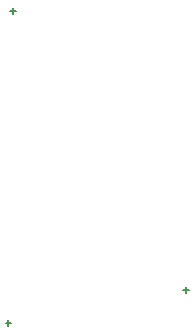
<source format=gbo>
G04*
G04 #@! TF.GenerationSoftware,Altium Limited,Altium Designer,20.0.13 (296)*
G04*
G04 Layer_Color=32896*
%FSLAX25Y25*%
%MOIN*%
G70*
G01*
G75*
%ADD12C,0.00591*%
D12*
X-1969Y60433D02*
Y62402D01*
X-2953Y61417D02*
X-984D01*
X55512Y-32480D02*
Y-30512D01*
X54527Y-31496D02*
X56496D01*
X-3543Y-43504D02*
Y-41535D01*
X-4528Y-42520D02*
X-2559D01*
M02*

</source>
